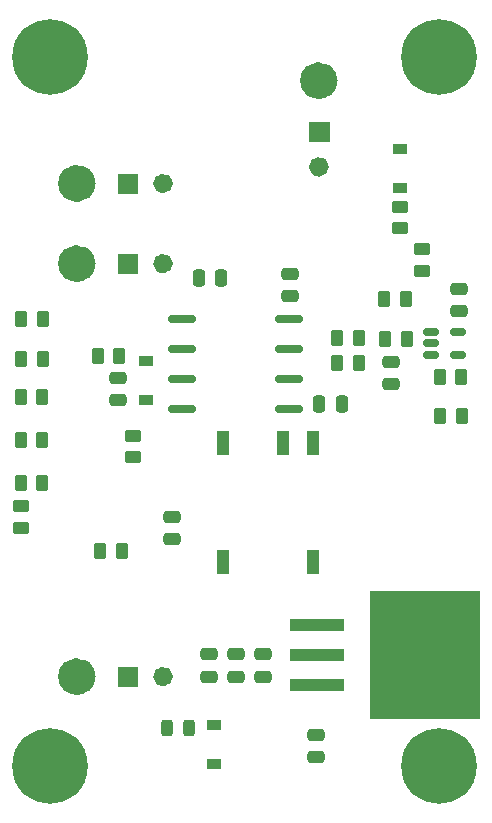
<source format=gbr>
%TF.GenerationSoftware,KiCad,Pcbnew,(6.0.0)*%
%TF.CreationDate,2023-03-29T21:01:20-06:00*%
%TF.ProjectId,isolated_voltage_and_current_sensor,69736f6c-6174-4656-945f-766f6c746167,1*%
%TF.SameCoordinates,Original*%
%TF.FileFunction,Soldermask,Top*%
%TF.FilePolarity,Negative*%
%FSLAX46Y46*%
G04 Gerber Fmt 4.6, Leading zero omitted, Abs format (unit mm)*
G04 Created by KiCad (PCBNEW (6.0.0)) date 2023-03-29 21:01:20*
%MOMM*%
%LPD*%
G01*
G04 APERTURE LIST*
G04 Aperture macros list*
%AMRoundRect*
0 Rectangle with rounded corners*
0 $1 Rounding radius*
0 $2 $3 $4 $5 $6 $7 $8 $9 X,Y pos of 4 corners*
0 Add a 4 corners polygon primitive as box body*
4,1,4,$2,$3,$4,$5,$6,$7,$8,$9,$2,$3,0*
0 Add four circle primitives for the rounded corners*
1,1,$1+$1,$2,$3*
1,1,$1+$1,$4,$5*
1,1,$1+$1,$6,$7*
1,1,$1+$1,$8,$9*
0 Add four rect primitives between the rounded corners*
20,1,$1+$1,$2,$3,$4,$5,0*
20,1,$1+$1,$4,$5,$6,$7,0*
20,1,$1+$1,$6,$7,$8,$9,0*
20,1,$1+$1,$8,$9,$2,$3,0*%
G04 Aperture macros list end*
%ADD10C,0.836200*%
%ADD11C,1.576200*%
%ADD12C,0.010000*%
%ADD13RoundRect,0.250000X0.450000X-0.262500X0.450000X0.262500X-0.450000X0.262500X-0.450000X-0.262500X0*%
%ADD14RoundRect,0.250000X0.262500X0.450000X-0.262500X0.450000X-0.262500X-0.450000X0.262500X-0.450000X0*%
%ADD15RoundRect,0.250000X-0.475000X0.250000X-0.475000X-0.250000X0.475000X-0.250000X0.475000X0.250000X0*%
%ADD16R,4.600000X1.100000*%
%ADD17R,9.400000X10.800000*%
%ADD18C,3.000000*%
%ADD19R,1.200000X0.900000*%
%ADD20RoundRect,0.250000X-0.262500X-0.450000X0.262500X-0.450000X0.262500X0.450000X-0.262500X0.450000X0*%
%ADD21RoundRect,0.150000X-0.512500X-0.150000X0.512500X-0.150000X0.512500X0.150000X-0.512500X0.150000X0*%
%ADD22RoundRect,0.162500X-1.012500X-0.162500X1.012500X-0.162500X1.012500X0.162500X-1.012500X0.162500X0*%
%ADD23C,0.800000*%
%ADD24C,6.400000*%
%ADD25RoundRect,0.250000X0.475000X-0.250000X0.475000X0.250000X-0.475000X0.250000X-0.475000X-0.250000X0*%
%ADD26RoundRect,0.250000X-0.250000X-0.475000X0.250000X-0.475000X0.250000X0.475000X-0.250000X0.475000X0*%
%ADD27R,1.000000X2.100000*%
%ADD28RoundRect,0.243750X-0.243750X-0.456250X0.243750X-0.456250X0.243750X0.456250X-0.243750X0.456250X0*%
%ADD29RoundRect,0.250000X-0.450000X0.262500X-0.450000X-0.262500X0.450000X-0.262500X0.450000X0.262500X0*%
G04 APERTURE END LIST*
D10*
%TO.C,J1*%
X131028100Y-72710000D02*
G75*
G03*
X131028100Y-72710000I-418100J0D01*
G01*
D11*
X124098100Y-72710000D02*
G75*
G03*
X124098100Y-72710000I-788100J0D01*
G01*
D12*
X128446200Y-71873800D02*
X128446200Y-73546200D01*
X128446200Y-73546200D02*
X126773800Y-73546200D01*
X126773800Y-73546200D02*
X126773800Y-71873800D01*
X126773800Y-71873800D02*
X128446200Y-71873800D01*
G36*
X128446200Y-73546200D02*
G01*
X126773800Y-73546200D01*
X126773800Y-71873800D01*
X128446200Y-71873800D01*
X128446200Y-73546200D01*
G37*
X128446200Y-73546200D02*
X126773800Y-73546200D01*
X126773800Y-71873800D01*
X128446200Y-71873800D01*
X128446200Y-73546200D01*
D10*
%TO.C,J4*%
X131028100Y-79500000D02*
G75*
G03*
X131028100Y-79500000I-418100J0D01*
G01*
D11*
X124098100Y-79500000D02*
G75*
G03*
X124098100Y-79500000I-788100J0D01*
G01*
D12*
X128446200Y-78663800D02*
X128446200Y-80336200D01*
X128446200Y-80336200D02*
X126773800Y-80336200D01*
X126773800Y-80336200D02*
X126773800Y-78663800D01*
X126773800Y-78663800D02*
X128446200Y-78663800D01*
G36*
X128446200Y-80336200D02*
G01*
X126773800Y-80336200D01*
X126773800Y-78663800D01*
X128446200Y-78663800D01*
X128446200Y-80336200D01*
G37*
X128446200Y-80336200D02*
X126773800Y-80336200D01*
X126773800Y-78663800D01*
X128446200Y-78663800D01*
X128446200Y-80336200D01*
D11*
%TO.C,J3*%
X144588100Y-64010000D02*
G75*
G03*
X144588100Y-64010000I-788100J0D01*
G01*
D10*
X144218100Y-71310000D02*
G75*
G03*
X144218100Y-71310000I-418100J0D01*
G01*
D12*
X144636200Y-69146200D02*
X142963800Y-69146200D01*
X142963800Y-69146200D02*
X142963800Y-67473800D01*
X142963800Y-67473800D02*
X144636200Y-67473800D01*
X144636200Y-67473800D02*
X144636200Y-69146200D01*
G36*
X144636200Y-69146200D02*
G01*
X142963800Y-69146200D01*
X142963800Y-67473800D01*
X144636200Y-67473800D01*
X144636200Y-69146200D01*
G37*
X144636200Y-69146200D02*
X142963800Y-69146200D01*
X142963800Y-67473800D01*
X144636200Y-67473800D01*
X144636200Y-69146200D01*
D10*
%TO.C,J2*%
X131028100Y-114460000D02*
G75*
G03*
X131028100Y-114460000I-418100J0D01*
G01*
D11*
X124098100Y-114460000D02*
G75*
G03*
X124098100Y-114460000I-788100J0D01*
G01*
D12*
X128446200Y-113623800D02*
X128446200Y-115296200D01*
X128446200Y-115296200D02*
X126773800Y-115296200D01*
X126773800Y-115296200D02*
X126773800Y-113623800D01*
X126773800Y-113623800D02*
X128446200Y-113623800D01*
G36*
X128446200Y-115296200D02*
G01*
X126773800Y-115296200D01*
X126773800Y-113623800D01*
X128446200Y-113623800D01*
X128446200Y-115296200D01*
G37*
X128446200Y-115296200D02*
X126773800Y-115296200D01*
X126773800Y-113623800D01*
X128446200Y-113623800D01*
X128446200Y-115296200D01*
%TD*%
D13*
%TO.C,R9*%
X152500000Y-80112500D03*
X152500000Y-78287500D03*
%TD*%
D14*
%TO.C,R15*%
X120412500Y-84200000D03*
X118587500Y-84200000D03*
%TD*%
D15*
%TO.C,C5*%
X139100000Y-112560000D03*
X139100000Y-114460000D03*
%TD*%
D16*
%TO.C,U2*%
X143625000Y-110060000D03*
D17*
X152775000Y-112600000D03*
D16*
X143625000Y-112600000D03*
X143625000Y-115140000D03*
%TD*%
D18*
%TO.C,J1*%
X123310000Y-72710000D03*
%TD*%
D19*
%TO.C,D2*%
X134900000Y-118550000D03*
X134900000Y-121850000D03*
%TD*%
D20*
%TO.C,R6*%
X154087500Y-92400000D03*
X155912500Y-92400000D03*
%TD*%
D15*
%TO.C,C3*%
X136800000Y-112560000D03*
X136800000Y-114460000D03*
%TD*%
D21*
%TO.C,U3*%
X153302500Y-85300000D03*
X153302500Y-86250000D03*
X153302500Y-87200000D03*
X155577500Y-87200000D03*
X155577500Y-85300000D03*
%TD*%
D22*
%TO.C,U1*%
X132225000Y-84190000D03*
X132225000Y-86730000D03*
X132225000Y-89270000D03*
X132225000Y-91810000D03*
X141275000Y-91810000D03*
X141275000Y-89270000D03*
X141275000Y-86730000D03*
X141275000Y-84190000D03*
%TD*%
D23*
%TO.C,H4*%
X152302944Y-120302944D03*
X151600000Y-122000000D03*
X156400000Y-122000000D03*
X154000000Y-119600000D03*
X155697056Y-123697056D03*
X154000000Y-124400000D03*
D24*
X154000000Y-122000000D03*
D23*
X155697056Y-120302944D03*
X152302944Y-123697056D03*
%TD*%
D25*
%TO.C,C6*%
X141400000Y-82250000D03*
X141400000Y-80350000D03*
%TD*%
D26*
%TO.C,C4*%
X133650000Y-80700000D03*
X135550000Y-80700000D03*
%TD*%
%TO.C,C9*%
X143850000Y-91400000D03*
X145750000Y-91400000D03*
%TD*%
D25*
%TO.C,C10*%
X155700000Y-83550000D03*
X155700000Y-81650000D03*
%TD*%
D15*
%TO.C,C8*%
X149900000Y-87800000D03*
X149900000Y-89700000D03*
%TD*%
D23*
%TO.C,H3*%
X123400000Y-122000000D03*
X119302944Y-123697056D03*
X118600000Y-122000000D03*
X121000000Y-119600000D03*
X119302944Y-120302944D03*
D24*
X121000000Y-122000000D03*
D23*
X122697056Y-123697056D03*
X122697056Y-120302944D03*
X121000000Y-124400000D03*
%TD*%
D18*
%TO.C,J4*%
X123310000Y-79500000D03*
%TD*%
D20*
%TO.C,R16*%
X118587500Y-87562500D03*
X120412500Y-87562500D03*
%TD*%
D23*
%TO.C,H1*%
X119302944Y-60302944D03*
X123400000Y-62000000D03*
X122697056Y-63697056D03*
D24*
X121000000Y-62000000D03*
D23*
X119302944Y-63697056D03*
X118600000Y-62000000D03*
X121000000Y-59600000D03*
X122697056Y-60302944D03*
X121000000Y-64400000D03*
%TD*%
D20*
%TO.C,R14*%
X118562500Y-94450000D03*
X120387500Y-94450000D03*
%TD*%
D27*
%TO.C,PS1*%
X143310000Y-94700000D03*
X140770000Y-94700000D03*
X135690000Y-94700000D03*
X135690000Y-104800000D03*
X143310000Y-104800000D03*
%TD*%
D20*
%TO.C,R5*%
X149427500Y-85890000D03*
X151252500Y-85890000D03*
%TD*%
D14*
%TO.C,R7*%
X151162500Y-82500000D03*
X149337500Y-82500000D03*
%TD*%
D20*
%TO.C,R17*%
X125287500Y-103800000D03*
X127112500Y-103800000D03*
%TD*%
D14*
%TO.C,R8*%
X155852500Y-89090000D03*
X154027500Y-89090000D03*
%TD*%
D19*
%TO.C,D3*%
X150700000Y-73090000D03*
X150700000Y-69790000D03*
%TD*%
D20*
%TO.C,R4*%
X145375000Y-85800000D03*
X147200000Y-85800000D03*
%TD*%
%TO.C,R10*%
X125087500Y-87300000D03*
X126912500Y-87300000D03*
%TD*%
D13*
%TO.C,R12*%
X150700000Y-76512500D03*
X150700000Y-74687500D03*
%TD*%
D20*
%TO.C,R3*%
X145375000Y-87900000D03*
X147200000Y-87900000D03*
%TD*%
D15*
%TO.C,C2*%
X134500000Y-112560000D03*
X134500000Y-114460000D03*
%TD*%
%TO.C,C1*%
X126800000Y-89150000D03*
X126800000Y-91050000D03*
%TD*%
D28*
%TO.C,F1*%
X130962500Y-118800000D03*
X132837500Y-118800000D03*
%TD*%
D18*
%TO.C,J3*%
X143800000Y-64010000D03*
%TD*%
D19*
%TO.C,D1*%
X129200000Y-87750000D03*
X129200000Y-91050000D03*
%TD*%
D14*
%TO.C,R1*%
X120400000Y-98100000D03*
X118575000Y-98100000D03*
%TD*%
D13*
%TO.C,R11*%
X128100000Y-95912500D03*
X128100000Y-94087500D03*
%TD*%
D29*
%TO.C,R2*%
X118575000Y-100037500D03*
X118575000Y-101862500D03*
%TD*%
D25*
%TO.C,C11*%
X131400000Y-102850000D03*
X131400000Y-100950000D03*
%TD*%
D23*
%TO.C,H2*%
X152302944Y-63697056D03*
D24*
X154000000Y-62000000D03*
D23*
X151600000Y-62000000D03*
X154000000Y-64400000D03*
X152302944Y-60302944D03*
X155697056Y-63697056D03*
X154000000Y-59600000D03*
X155697056Y-60302944D03*
X156400000Y-62000000D03*
%TD*%
D15*
%TO.C,C7*%
X143600000Y-119400000D03*
X143600000Y-121300000D03*
%TD*%
D14*
%TO.C,R13*%
X120400000Y-90800000D03*
X118575000Y-90800000D03*
%TD*%
D18*
%TO.C,J2*%
X123310000Y-114460000D03*
%TD*%
M02*

</source>
